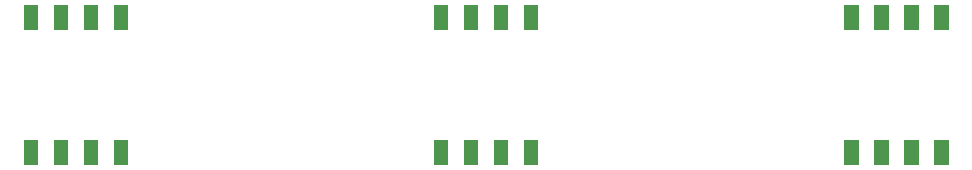
<source format=gbr>
G04 #@! TF.GenerationSoftware,KiCad,Pcbnew,(5.1.4)-1*
G04 #@! TF.CreationDate,2020-01-28T11:55:59-05:00*
G04 #@! TF.ProjectId,PDC1920,50444331-3932-4302-9e6b-696361645f70,rev?*
G04 #@! TF.SameCoordinates,Original*
G04 #@! TF.FileFunction,Soldermask,Top*
G04 #@! TF.FilePolarity,Negative*
%FSLAX46Y46*%
G04 Gerber Fmt 4.6, Leading zero omitted, Abs format (unit mm)*
G04 Created by KiCad (PCBNEW (5.1.4)-1) date 2020-01-28 11:55:59*
%MOMM*%
%LPD*%
G04 APERTURE LIST*
%ADD10C,0.100000*%
G04 APERTURE END LIST*
D10*
G36*
X68928180Y-100560000D02*
G01*
X67683180Y-100560000D01*
X67683180Y-98426000D01*
X68928180Y-98426000D01*
X68928180Y-100560000D01*
X68928180Y-100560000D01*
G37*
G36*
X135822700Y-100560000D02*
G01*
X134577700Y-100560000D01*
X134577700Y-98426000D01*
X135822700Y-98426000D01*
X135822700Y-100560000D01*
X135822700Y-100560000D01*
G37*
G36*
X130742700Y-100560000D02*
G01*
X129497700Y-100560000D01*
X129497700Y-98426000D01*
X130742700Y-98426000D01*
X130742700Y-100560000D01*
X130742700Y-100560000D01*
G37*
G36*
X133282700Y-100560000D02*
G01*
X132037700Y-100560000D01*
X132037700Y-98426000D01*
X133282700Y-98426000D01*
X133282700Y-100560000D01*
X133282700Y-100560000D01*
G37*
G36*
X138362700Y-100560000D02*
G01*
X137117700Y-100560000D01*
X137117700Y-98426000D01*
X138362700Y-98426000D01*
X138362700Y-100560000D01*
X138362700Y-100560000D01*
G37*
G36*
X96021500Y-100560000D02*
G01*
X94776500Y-100560000D01*
X94776500Y-98426000D01*
X96021500Y-98426000D01*
X96021500Y-100560000D01*
X96021500Y-100560000D01*
G37*
G36*
X98561500Y-100560000D02*
G01*
X97316500Y-100560000D01*
X97316500Y-98426000D01*
X98561500Y-98426000D01*
X98561500Y-100560000D01*
X98561500Y-100560000D01*
G37*
G36*
X101101500Y-100560000D02*
G01*
X99856500Y-100560000D01*
X99856500Y-98426000D01*
X101101500Y-98426000D01*
X101101500Y-100560000D01*
X101101500Y-100560000D01*
G37*
G36*
X103641500Y-100560000D02*
G01*
X102396500Y-100560000D01*
X102396500Y-98426000D01*
X103641500Y-98426000D01*
X103641500Y-100560000D01*
X103641500Y-100560000D01*
G37*
G36*
X61308180Y-100560000D02*
G01*
X60063180Y-100560000D01*
X60063180Y-98426000D01*
X61308180Y-98426000D01*
X61308180Y-100560000D01*
X61308180Y-100560000D01*
G37*
G36*
X63848180Y-100560000D02*
G01*
X62603180Y-100560000D01*
X62603180Y-98426000D01*
X63848180Y-98426000D01*
X63848180Y-100560000D01*
X63848180Y-100560000D01*
G37*
G36*
X66388180Y-100560000D02*
G01*
X65143180Y-100560000D01*
X65143180Y-98426000D01*
X66388180Y-98426000D01*
X66388180Y-100560000D01*
X66388180Y-100560000D01*
G37*
G36*
X130742700Y-89100000D02*
G01*
X129497700Y-89100000D01*
X129497700Y-86966000D01*
X130742700Y-86966000D01*
X130742700Y-89100000D01*
X130742700Y-89100000D01*
G37*
G36*
X133282700Y-89100000D02*
G01*
X132037700Y-89100000D01*
X132037700Y-86966000D01*
X133282700Y-86966000D01*
X133282700Y-89100000D01*
X133282700Y-89100000D01*
G37*
G36*
X138362700Y-89100000D02*
G01*
X137117700Y-89100000D01*
X137117700Y-86966000D01*
X138362700Y-86966000D01*
X138362700Y-89100000D01*
X138362700Y-89100000D01*
G37*
G36*
X68928180Y-89100000D02*
G01*
X67683180Y-89100000D01*
X67683180Y-86966000D01*
X68928180Y-86966000D01*
X68928180Y-89100000D01*
X68928180Y-89100000D01*
G37*
G36*
X66388180Y-89100000D02*
G01*
X65143180Y-89100000D01*
X65143180Y-86966000D01*
X66388180Y-86966000D01*
X66388180Y-89100000D01*
X66388180Y-89100000D01*
G37*
G36*
X63848180Y-89100000D02*
G01*
X62603180Y-89100000D01*
X62603180Y-86966000D01*
X63848180Y-86966000D01*
X63848180Y-89100000D01*
X63848180Y-89100000D01*
G37*
G36*
X61308180Y-89100000D02*
G01*
X60063180Y-89100000D01*
X60063180Y-86966000D01*
X61308180Y-86966000D01*
X61308180Y-89100000D01*
X61308180Y-89100000D01*
G37*
G36*
X103641500Y-89100000D02*
G01*
X102396500Y-89100000D01*
X102396500Y-86966000D01*
X103641500Y-86966000D01*
X103641500Y-89100000D01*
X103641500Y-89100000D01*
G37*
G36*
X135822700Y-89100000D02*
G01*
X134577700Y-89100000D01*
X134577700Y-86966000D01*
X135822700Y-86966000D01*
X135822700Y-89100000D01*
X135822700Y-89100000D01*
G37*
G36*
X98561500Y-89100000D02*
G01*
X97316500Y-89100000D01*
X97316500Y-86966000D01*
X98561500Y-86966000D01*
X98561500Y-89100000D01*
X98561500Y-89100000D01*
G37*
G36*
X96021500Y-89100000D02*
G01*
X94776500Y-89100000D01*
X94776500Y-86966000D01*
X96021500Y-86966000D01*
X96021500Y-89100000D01*
X96021500Y-89100000D01*
G37*
G36*
X101101500Y-89100000D02*
G01*
X99856500Y-89100000D01*
X99856500Y-86966000D01*
X101101500Y-86966000D01*
X101101500Y-89100000D01*
X101101500Y-89100000D01*
G37*
M02*

</source>
